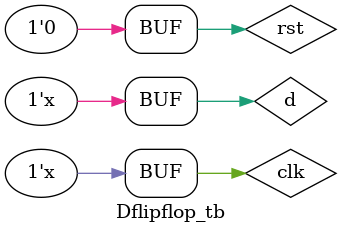
<source format=v>
module Dflipflop(d,rst,clk,q);

input d,rst,clk;
output reg q;

always @(posedge clk) begin
if(rst)
q<=0;
else
q<=d;
end
endmodule

module Dflipflop_tb();

reg d,rst,clk;
wire q;
Dflipflop adel(d,rst,clk,q);
always begin

#100 clk=~clk;
#200 d=~d;
end

initial begin
d=0;
clk=0;
rst=0;
end
endmodule

</source>
